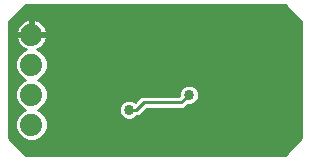
<source format=gbl>
G75*
%MOIN*%
%OFA0B0*%
%FSLAX25Y25*%
%IPPOS*%
%LPD*%
%AMOC8*
5,1,8,0,0,1.08239X$1,22.5*
%
%ADD10C,0.07400*%
%ADD11C,0.03378*%
%ADD12C,0.01000*%
D10*
X0011800Y0014000D03*
X0011800Y0024000D03*
X0011800Y0034000D03*
X0011800Y0044000D03*
D11*
X0031800Y0036500D03*
X0051800Y0036500D03*
X0064300Y0024000D03*
X0044300Y0019000D03*
X0044300Y0014000D03*
X0091800Y0024000D03*
D12*
X0096684Y0004496D02*
X0009416Y0004496D01*
X0009911Y0004000D02*
X0096189Y0004000D01*
X0101800Y0009611D01*
X0101800Y0048389D01*
X0096189Y0054000D01*
X0009911Y0054000D01*
X0004300Y0048389D01*
X0004300Y0009611D01*
X0009911Y0004000D01*
X0008417Y0005494D02*
X0097683Y0005494D01*
X0098681Y0006493D02*
X0007419Y0006493D01*
X0006420Y0007491D02*
X0099680Y0007491D01*
X0100678Y0008490D02*
X0005422Y0008490D01*
X0004423Y0009488D02*
X0008675Y0009488D01*
X0008741Y0009422D02*
X0010726Y0008600D01*
X0012874Y0008600D01*
X0014859Y0009422D01*
X0016378Y0010941D01*
X0017200Y0012926D01*
X0017200Y0015074D01*
X0016378Y0017059D01*
X0014859Y0018578D01*
X0013840Y0019000D01*
X0014859Y0019422D01*
X0016378Y0020941D01*
X0017200Y0022926D01*
X0017200Y0025074D01*
X0016378Y0027059D01*
X0014859Y0028578D01*
X0013840Y0029000D01*
X0014859Y0029422D01*
X0016378Y0030941D01*
X0017200Y0032926D01*
X0017200Y0035074D01*
X0016378Y0037059D01*
X0014859Y0038578D01*
X0013576Y0039109D01*
X0013796Y0039181D01*
X0014525Y0039553D01*
X0015188Y0040034D01*
X0015766Y0040612D01*
X0016247Y0041275D01*
X0016619Y0042004D01*
X0016872Y0042782D01*
X0016986Y0043500D01*
X0012300Y0043500D01*
X0012300Y0044500D01*
X0016986Y0044500D01*
X0016872Y0045218D01*
X0016619Y0045996D01*
X0016247Y0046725D01*
X0015766Y0047388D01*
X0015188Y0047966D01*
X0014525Y0048447D01*
X0013796Y0048819D01*
X0013018Y0049072D01*
X0012300Y0049186D01*
X0012300Y0044500D01*
X0011300Y0044500D01*
X0011300Y0049186D01*
X0010582Y0049072D01*
X0009804Y0048819D01*
X0009075Y0048447D01*
X0008412Y0047966D01*
X0007834Y0047388D01*
X0007353Y0046725D01*
X0006981Y0045996D01*
X0006728Y0045218D01*
X0006614Y0044500D01*
X0011300Y0044500D01*
X0011300Y0043500D01*
X0006614Y0043500D01*
X0006728Y0042782D01*
X0006981Y0042004D01*
X0007353Y0041275D01*
X0007834Y0040612D01*
X0008412Y0040034D01*
X0009075Y0039553D01*
X0009804Y0039181D01*
X0010024Y0039109D01*
X0008741Y0038578D01*
X0007222Y0037059D01*
X0006400Y0035074D01*
X0006400Y0032926D01*
X0007222Y0030941D01*
X0008741Y0029422D01*
X0009760Y0029000D01*
X0008741Y0028578D01*
X0007222Y0027059D01*
X0006400Y0025074D01*
X0006400Y0022926D01*
X0007222Y0020941D01*
X0008741Y0019422D01*
X0009760Y0019000D01*
X0008741Y0018578D01*
X0007222Y0017059D01*
X0006400Y0015074D01*
X0006400Y0012926D01*
X0007222Y0010941D01*
X0008741Y0009422D01*
X0007677Y0010487D02*
X0004300Y0010487D01*
X0004300Y0011485D02*
X0006997Y0011485D01*
X0006583Y0012484D02*
X0004300Y0012484D01*
X0004300Y0013482D02*
X0006400Y0013482D01*
X0006400Y0014481D02*
X0004300Y0014481D01*
X0004300Y0015479D02*
X0006568Y0015479D01*
X0006981Y0016478D02*
X0004300Y0016478D01*
X0004300Y0017476D02*
X0007639Y0017476D01*
X0008638Y0018475D02*
X0004300Y0018475D01*
X0004300Y0019473D02*
X0008690Y0019473D01*
X0007692Y0020472D02*
X0004300Y0020472D01*
X0004300Y0021470D02*
X0007003Y0021470D01*
X0006589Y0022469D02*
X0004300Y0022469D01*
X0004300Y0023467D02*
X0006400Y0023467D01*
X0006400Y0024466D02*
X0004300Y0024466D01*
X0004300Y0025464D02*
X0006562Y0025464D01*
X0006975Y0026463D02*
X0004300Y0026463D01*
X0004300Y0027461D02*
X0007625Y0027461D01*
X0008623Y0028460D02*
X0004300Y0028460D01*
X0004300Y0029458D02*
X0008705Y0029458D01*
X0007706Y0030457D02*
X0004300Y0030457D01*
X0004300Y0031455D02*
X0007009Y0031455D01*
X0006596Y0032454D02*
X0004300Y0032454D01*
X0004300Y0033452D02*
X0006400Y0033452D01*
X0006400Y0034451D02*
X0004300Y0034451D01*
X0004300Y0035449D02*
X0006555Y0035449D01*
X0006969Y0036448D02*
X0004300Y0036448D01*
X0004300Y0037446D02*
X0007610Y0037446D01*
X0008608Y0038445D02*
X0004300Y0038445D01*
X0004300Y0039443D02*
X0009289Y0039443D01*
X0008004Y0040442D02*
X0004300Y0040442D01*
X0004300Y0041440D02*
X0007268Y0041440D01*
X0006840Y0042439D02*
X0004300Y0042439D01*
X0004300Y0043437D02*
X0006624Y0043437D01*
X0004300Y0044436D02*
X0011300Y0044436D01*
X0011800Y0044000D02*
X0019300Y0044000D01*
X0021800Y0041500D01*
X0021800Y0016500D01*
X0024300Y0014000D01*
X0044300Y0014000D01*
X0043626Y0015611D02*
X0044974Y0015611D01*
X0046220Y0016127D01*
X0046893Y0016800D01*
X0047711Y0016800D01*
X0050211Y0019300D01*
X0062711Y0019300D01*
X0064022Y0020611D01*
X0064974Y0020611D01*
X0066220Y0021127D01*
X0067173Y0022080D01*
X0067689Y0023326D01*
X0067689Y0024674D01*
X0067173Y0025920D01*
X0066220Y0026873D01*
X0064974Y0027389D01*
X0063626Y0027389D01*
X0062380Y0026873D01*
X0061427Y0025920D01*
X0060911Y0024674D01*
X0060911Y0023722D01*
X0060889Y0023700D01*
X0048389Y0023700D01*
X0047100Y0022411D01*
X0046391Y0021702D01*
X0046220Y0021873D01*
X0044974Y0022389D01*
X0043626Y0022389D01*
X0042380Y0021873D01*
X0041427Y0020920D01*
X0040911Y0019674D01*
X0040911Y0018326D01*
X0041427Y0017080D01*
X0042380Y0016127D01*
X0043626Y0015611D01*
X0042030Y0016478D02*
X0016619Y0016478D01*
X0017032Y0015479D02*
X0101800Y0015479D01*
X0101800Y0014481D02*
X0017200Y0014481D01*
X0017200Y0013482D02*
X0101800Y0013482D01*
X0101800Y0012484D02*
X0017017Y0012484D01*
X0016603Y0011485D02*
X0101800Y0011485D01*
X0101800Y0010487D02*
X0015923Y0010487D01*
X0014925Y0009488D02*
X0101677Y0009488D01*
X0101800Y0016478D02*
X0046570Y0016478D01*
X0048387Y0017476D02*
X0101800Y0017476D01*
X0101800Y0018475D02*
X0049386Y0018475D01*
X0046800Y0019000D02*
X0049300Y0021500D01*
X0061800Y0021500D01*
X0064300Y0024000D01*
X0061238Y0025464D02*
X0017038Y0025464D01*
X0017200Y0024466D02*
X0060911Y0024466D01*
X0061970Y0026463D02*
X0016625Y0026463D01*
X0015975Y0027461D02*
X0101800Y0027461D01*
X0101800Y0026463D02*
X0066630Y0026463D01*
X0067362Y0025464D02*
X0101800Y0025464D01*
X0101800Y0024466D02*
X0067689Y0024466D01*
X0067689Y0023467D02*
X0101800Y0023467D01*
X0101800Y0022469D02*
X0067334Y0022469D01*
X0066563Y0021470D02*
X0101800Y0021470D01*
X0101800Y0020472D02*
X0063883Y0020472D01*
X0062884Y0019473D02*
X0101800Y0019473D01*
X0101800Y0028460D02*
X0014977Y0028460D01*
X0014895Y0029458D02*
X0101800Y0029458D01*
X0101800Y0030457D02*
X0015894Y0030457D01*
X0016591Y0031455D02*
X0101800Y0031455D01*
X0101800Y0032454D02*
X0017004Y0032454D01*
X0017200Y0033452D02*
X0101800Y0033452D01*
X0101800Y0034451D02*
X0017200Y0034451D01*
X0017045Y0035449D02*
X0101800Y0035449D01*
X0101800Y0036448D02*
X0016631Y0036448D01*
X0015990Y0037446D02*
X0101800Y0037446D01*
X0101800Y0038445D02*
X0014992Y0038445D01*
X0014311Y0039443D02*
X0101800Y0039443D01*
X0101800Y0040442D02*
X0015596Y0040442D01*
X0016332Y0041440D02*
X0101800Y0041440D01*
X0101800Y0042439D02*
X0016760Y0042439D01*
X0016976Y0043437D02*
X0101800Y0043437D01*
X0101800Y0044436D02*
X0012300Y0044436D01*
X0012300Y0045434D02*
X0011300Y0045434D01*
X0011300Y0046433D02*
X0012300Y0046433D01*
X0012300Y0047432D02*
X0011300Y0047432D01*
X0011300Y0048430D02*
X0012300Y0048430D01*
X0014549Y0048430D02*
X0101759Y0048430D01*
X0101800Y0047432D02*
X0015722Y0047432D01*
X0016396Y0046433D02*
X0101800Y0046433D01*
X0101800Y0045434D02*
X0016802Y0045434D01*
X0009051Y0048430D02*
X0004341Y0048430D01*
X0004300Y0047432D02*
X0007878Y0047432D01*
X0007204Y0046433D02*
X0004300Y0046433D01*
X0004300Y0045434D02*
X0006798Y0045434D01*
X0005340Y0049429D02*
X0100760Y0049429D01*
X0099762Y0050427D02*
X0006338Y0050427D01*
X0007337Y0051426D02*
X0098763Y0051426D01*
X0097765Y0052424D02*
X0008335Y0052424D01*
X0009334Y0053423D02*
X0096766Y0053423D01*
X0048156Y0023467D02*
X0017200Y0023467D01*
X0017011Y0022469D02*
X0047157Y0022469D01*
X0041977Y0021470D02*
X0016597Y0021470D01*
X0015908Y0020472D02*
X0041241Y0020472D01*
X0040911Y0019473D02*
X0014910Y0019473D01*
X0014962Y0018475D02*
X0040911Y0018475D01*
X0041263Y0017476D02*
X0015961Y0017476D01*
X0044300Y0019000D02*
X0046800Y0019000D01*
M02*

</source>
